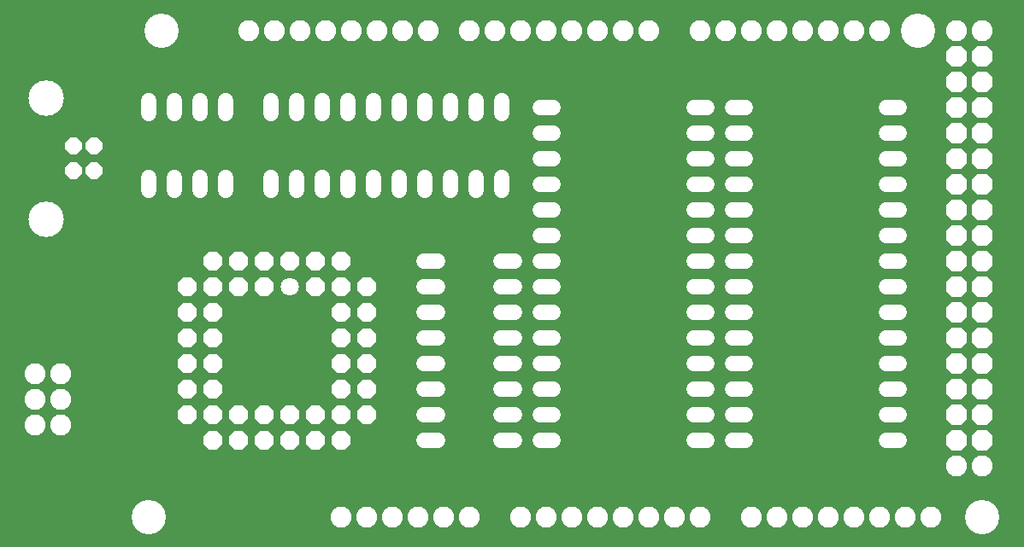
<source format=gbr>
G04 EAGLE Gerber RS-274X export*
G75*
%MOMM*%
%FSLAX34Y34*%
%LPD*%
%INSoldermask Bottom*%
%IPNEG*%
%AMOC8*
5,1,8,0,0,1.08239X$1,22.5*%
G01*
%ADD10C,1.524000*%
%ADD11C,1.803400*%
%ADD12P,1.951982X8X22.500000*%
%ADD13C,2.082800*%
%ADD14P,1.798066X8X292.500000*%
%ADD15C,3.519200*%
%ADD16P,2.254402X8X112.500000*%
%ADD17C,3.403200*%


D10*
X882904Y101600D02*
X869696Y101600D01*
X869696Y127000D02*
X882904Y127000D01*
X882904Y152400D02*
X869696Y152400D01*
X869696Y177800D02*
X882904Y177800D01*
X882904Y203200D02*
X869696Y203200D01*
X869696Y228600D02*
X882904Y228600D01*
X882904Y254000D02*
X869696Y254000D01*
X869696Y279400D02*
X882904Y279400D01*
X882904Y304800D02*
X869696Y304800D01*
X869696Y330200D02*
X882904Y330200D01*
X882904Y355600D02*
X869696Y355600D01*
X869696Y381000D02*
X882904Y381000D01*
X882904Y406400D02*
X869696Y406400D01*
X869696Y431800D02*
X882904Y431800D01*
X730504Y431800D02*
X717296Y431800D01*
X717296Y406400D02*
X730504Y406400D01*
X730504Y381000D02*
X717296Y381000D01*
X717296Y355600D02*
X730504Y355600D01*
X730504Y330200D02*
X717296Y330200D01*
X717296Y304800D02*
X730504Y304800D01*
X730504Y279400D02*
X717296Y279400D01*
X717296Y254000D02*
X730504Y254000D01*
X730504Y228600D02*
X717296Y228600D01*
X717296Y203200D02*
X730504Y203200D01*
X730504Y177800D02*
X717296Y177800D01*
X717296Y152400D02*
X730504Y152400D01*
X730504Y127000D02*
X717296Y127000D01*
X717296Y101600D02*
X730504Y101600D01*
X692404Y101600D02*
X679196Y101600D01*
X679196Y127000D02*
X692404Y127000D01*
X692404Y152400D02*
X679196Y152400D01*
X679196Y177800D02*
X692404Y177800D01*
X692404Y203200D02*
X679196Y203200D01*
X679196Y228600D02*
X692404Y228600D01*
X692404Y254000D02*
X679196Y254000D01*
X679196Y279400D02*
X692404Y279400D01*
X692404Y304800D02*
X679196Y304800D01*
X679196Y330200D02*
X692404Y330200D01*
X692404Y355600D02*
X679196Y355600D01*
X679196Y381000D02*
X692404Y381000D01*
X692404Y406400D02*
X679196Y406400D01*
X679196Y431800D02*
X692404Y431800D01*
X540004Y431800D02*
X526796Y431800D01*
X526796Y406400D02*
X540004Y406400D01*
X540004Y381000D02*
X526796Y381000D01*
X526796Y355600D02*
X540004Y355600D01*
X540004Y330200D02*
X526796Y330200D01*
X526796Y304800D02*
X540004Y304800D01*
X540004Y279400D02*
X526796Y279400D01*
X526796Y254000D02*
X540004Y254000D01*
X540004Y228600D02*
X526796Y228600D01*
X526796Y203200D02*
X540004Y203200D01*
X540004Y177800D02*
X526796Y177800D01*
X526796Y152400D02*
X540004Y152400D01*
X540004Y127000D02*
X526796Y127000D01*
X526796Y101600D02*
X540004Y101600D01*
X215900Y425196D02*
X215900Y438404D01*
X190500Y438404D02*
X190500Y425196D01*
X165100Y425196D02*
X165100Y438404D01*
X139700Y438404D02*
X139700Y425196D01*
X139700Y362204D02*
X139700Y348996D01*
X165100Y348996D02*
X165100Y362204D01*
X190500Y362204D02*
X190500Y348996D01*
X215900Y348996D02*
X215900Y362204D01*
X260350Y362204D02*
X260350Y348996D01*
X285750Y348996D02*
X285750Y362204D01*
X412750Y362204D02*
X412750Y348996D01*
X438150Y348996D02*
X438150Y362204D01*
X311150Y362204D02*
X311150Y348996D01*
X336550Y348996D02*
X336550Y362204D01*
X387350Y362204D02*
X387350Y348996D01*
X361950Y348996D02*
X361950Y362204D01*
X463550Y362204D02*
X463550Y348996D01*
X488950Y348996D02*
X488950Y362204D01*
X488950Y425196D02*
X488950Y438404D01*
X463550Y438404D02*
X463550Y425196D01*
X438150Y425196D02*
X438150Y438404D01*
X412750Y438404D02*
X412750Y425196D01*
X387350Y425196D02*
X387350Y438404D01*
X361950Y438404D02*
X361950Y425196D01*
X336550Y425196D02*
X336550Y438404D01*
X311150Y438404D02*
X311150Y425196D01*
X285750Y425196D02*
X285750Y438404D01*
X260350Y438404D02*
X260350Y425196D01*
X412242Y279400D02*
X425450Y279400D01*
X425450Y254000D02*
X412242Y254000D01*
X412242Y127000D02*
X425450Y127000D01*
X425450Y101600D02*
X412242Y101600D01*
X412242Y228600D02*
X425450Y228600D01*
X425450Y203200D02*
X412242Y203200D01*
X412242Y152400D02*
X425450Y152400D01*
X425450Y177800D02*
X412242Y177800D01*
X488442Y101600D02*
X501650Y101600D01*
X501650Y127000D02*
X488442Y127000D01*
X488442Y152400D02*
X501650Y152400D01*
X501650Y177800D02*
X488442Y177800D01*
X488442Y203200D02*
X501650Y203200D01*
X501650Y228600D02*
X488442Y228600D01*
X488442Y254000D02*
X501650Y254000D01*
X501650Y279400D02*
X488442Y279400D01*
D11*
X279400Y254000D03*
D12*
X254000Y279400D03*
X254000Y254000D03*
X228600Y279400D03*
X228600Y254000D03*
X203200Y279400D03*
X177800Y254000D03*
X203200Y254000D03*
X177800Y228600D03*
X203200Y228600D03*
X177800Y203200D03*
X203200Y203200D03*
X177800Y177800D03*
X203200Y177800D03*
X177800Y152400D03*
X203200Y152400D03*
X177800Y127000D03*
X203200Y101600D03*
X203200Y127000D03*
X228600Y101600D03*
X228600Y127000D03*
X254000Y101600D03*
X254000Y127000D03*
X279400Y101600D03*
X279400Y127000D03*
X304800Y101600D03*
X304800Y127000D03*
X330200Y101600D03*
X355600Y127000D03*
X330200Y127000D03*
X355600Y152400D03*
X330200Y152400D03*
X355600Y177800D03*
X330200Y177800D03*
X355600Y203200D03*
X330200Y203200D03*
X355600Y228600D03*
X330200Y228600D03*
X355600Y254000D03*
X330200Y279400D03*
X330200Y254000D03*
X304800Y279400D03*
X304800Y254000D03*
X279400Y279400D03*
D13*
X26670Y167640D03*
X52070Y167640D03*
X26670Y142240D03*
X52070Y142240D03*
X26670Y116840D03*
X52070Y116840D03*
D14*
X85200Y368500D03*
X85200Y393500D03*
X65200Y393500D03*
X65200Y368500D03*
D15*
X38100Y441200D03*
X38100Y320800D03*
D13*
X762000Y25400D03*
X787400Y25400D03*
X812800Y25400D03*
X838200Y25400D03*
X863600Y25400D03*
X889000Y25400D03*
X914400Y25400D03*
X736600Y25400D03*
X711200Y508000D03*
X736600Y508000D03*
X762000Y508000D03*
X787400Y508000D03*
X812800Y508000D03*
X838200Y508000D03*
X863600Y508000D03*
X685800Y508000D03*
X533400Y25400D03*
X558800Y25400D03*
X584200Y25400D03*
X609600Y25400D03*
X635000Y25400D03*
X660400Y25400D03*
X685800Y25400D03*
X508000Y25400D03*
X482600Y508000D03*
X508000Y508000D03*
X533400Y508000D03*
X558800Y508000D03*
X584200Y508000D03*
X609600Y508000D03*
X635000Y508000D03*
X457200Y508000D03*
X264160Y508000D03*
X289560Y508000D03*
X314960Y508000D03*
X340360Y508000D03*
X365760Y508000D03*
X391160Y508000D03*
X416560Y508000D03*
X238760Y508000D03*
D16*
X965200Y304800D03*
X939800Y304800D03*
X965200Y330200D03*
X939800Y330200D03*
X965200Y355600D03*
X939800Y355600D03*
X965200Y381000D03*
X939800Y381000D03*
X965200Y406400D03*
X939800Y406400D03*
X965200Y431800D03*
X939800Y431800D03*
X965200Y457200D03*
X939800Y457200D03*
X965200Y482600D03*
X939800Y482600D03*
X965200Y101600D03*
X939800Y101600D03*
X965200Y127000D03*
X939800Y127000D03*
X965200Y152400D03*
X939800Y152400D03*
X965200Y177800D03*
X939800Y177800D03*
X965200Y203200D03*
X939800Y203200D03*
X965200Y228600D03*
X939800Y228600D03*
X965200Y254000D03*
X939800Y254000D03*
X965200Y279400D03*
X939800Y279400D03*
D13*
X939800Y76200D03*
X965200Y76200D03*
X939800Y508000D03*
X965200Y508000D03*
X330200Y25400D03*
X355600Y25400D03*
X381000Y25400D03*
X406400Y25400D03*
X431800Y25400D03*
X457200Y25400D03*
D17*
X152400Y508000D03*
X139700Y25400D03*
X901700Y508000D03*
X965200Y25400D03*
M02*

</source>
